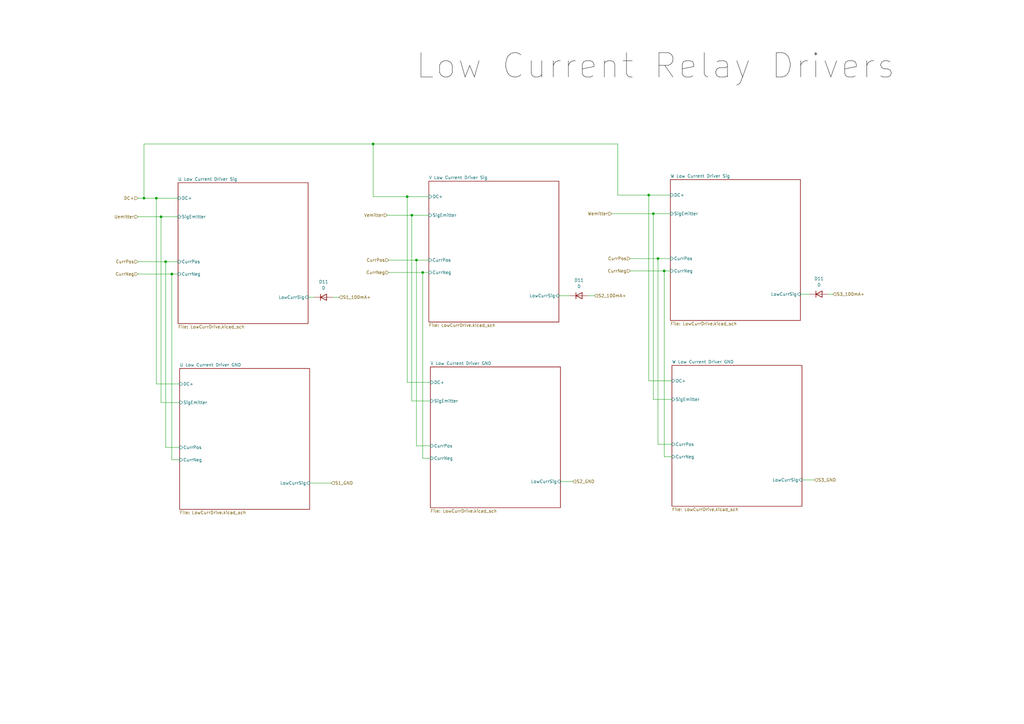
<source format=kicad_sch>
(kicad_sch (version 20230121) (generator eeschema)
  (paper "A3")
  (title_block (title "TEST137- GAVIM Upgrade V2") (date "2024-01-02") (rev "Is01.00") (company "Control Techniques"))
  (lib_symbols
    (symbol "Device:D" (pin_numbers hide) (pin_names (offset 1.016) hide)
      (property "Reference" "D" (at 0 2.54 0))
      (property "Value" "D" (at 0 -2.54 0))
      (symbol "D_0_1"
        (polyline (pts (xy -1.27 1.27) (xy -1.27 -1.27)) (stroke (width 0.254)))
        (polyline (pts (xy 1.27 0) (xy -1.27 0)))
        (polyline (pts (xy 1.27 1.27) (xy 1.27 -1.27) (xy -1.27 0) (xy 1.27 1.27)) (stroke (width 0.254)))
      )
      (symbol "D_1_1"
        (pin passive line (at -3.81 0 0) (length 2.54) (name "K") (number "1"))
        (pin passive line (at 3.81 0 180) (length 2.54) (name "A") (number "2"))
      )
    )
  )
  (junction (at 59.055 81.28))
  (junction (at 272.415 111.125))
  (junction (at 67.945 107.315))
  (junction (at 153.035 59.055))
  (junction (at 66.04 88.9))
  (junction (at 269.875 106.045))
  (junction (at 170.815 106.68))
  (junction (at 266.065 80.01))
  (junction (at 70.485 112.395))
  (junction (at 173.355 111.76))
  (junction (at 167.005 80.645))
  (junction (at 64.135 81.28))
  (junction (at 168.91 88.265))
  (junction (at 267.97 87.63))
  (wire (pts (xy 67.945 183.515) (xy 67.945 107.315)))
  (wire (pts (xy 158.75 88.265) (xy 168.91 88.265)))
  (wire (pts (xy 66.04 165.1) (xy 66.04 88.9)))
  (wire (pts (xy 250.825 87.63) (xy 267.97 87.63)))
  (wire (pts (xy 275.59 156.21) (xy 266.065 156.21)))
  (wire (pts (xy 275.59 187.325) (xy 272.415 187.325)))
  (wire (pts (xy 272.415 187.325) (xy 272.415 111.125)))
  (wire (pts (xy 73.66 183.515) (xy 67.945 183.515)))
  (wire (pts (xy 170.815 182.88) (xy 170.815 106.68)))
  (wire (pts (xy 153.035 80.645) (xy 167.005 80.645)))
  (wire (pts (xy 64.135 81.28) (xy 59.055 81.28)))
  (wire (pts (xy 258.445 111.125) (xy 272.415 111.125)))
  (wire (pts (xy 73.66 188.595) (xy 70.485 188.595)))
  (wire (pts (xy 269.875 182.245) (xy 269.875 106.045)))
  (wire (pts (xy 70.485 112.395) (xy 73.025 112.395)))
  (wire (pts (xy 170.815 106.68) (xy 175.895 106.68)))
  (wire (pts (xy 73.025 81.28) (xy 64.135 81.28)))
  (wire (pts (xy 266.065 80.01) (xy 266.065 156.21)))
  (wire (pts (xy 59.055 59.055) (xy 153.035 59.055)))
  (wire (pts (xy 56.515 112.395) (xy 70.485 112.395)))
  (wire (pts (xy 159.385 111.76) (xy 173.355 111.76)))
  (wire (pts (xy 56.515 81.28) (xy 59.055 81.28)))
  (wire (pts (xy 173.355 187.96) (xy 173.355 111.76)))
  (wire (pts (xy 168.91 164.465) (xy 168.91 88.265)))
  (wire (pts (xy 173.355 111.76) (xy 175.895 111.76)))
  (wire (pts (xy 73.66 157.48) (xy 64.135 157.48)))
  (wire (pts (xy 153.035 80.645) (xy 153.035 59.055)))
  (wire (pts (xy 176.53 187.96) (xy 173.355 187.96)))
  (wire (pts (xy 328.93 196.85) (xy 334.01 196.85)))
  (wire (pts (xy 266.065 80.01) (xy 274.955 80.01)))
  (wire (pts (xy 229.87 197.485) (xy 234.95 197.485)))
  (wire (pts (xy 67.945 107.315) (xy 73.025 107.315)))
  (wire (pts (xy 159.385 106.68) (xy 170.815 106.68)))
  (wire (pts (xy 127 198.12) (xy 135.89 198.12)))
  (wire (pts (xy 275.59 163.83) (xy 267.97 163.83)))
  (wire (pts (xy 168.91 88.265) (xy 175.895 88.265)))
  (wire (pts (xy 275.59 182.245) (xy 269.875 182.245)))
  (wire (pts (xy 176.53 182.88) (xy 170.815 182.88)))
  (wire (pts (xy 253.365 80.01) (xy 266.065 80.01)))
  (wire (pts (xy 339.725 120.65) (xy 341.63 120.65)))
  (wire (pts (xy 167.005 80.645) (xy 167.005 156.845)))
  (wire (pts (xy 267.97 163.83) (xy 267.97 87.63)))
  (wire (pts (xy 56.515 88.9) (xy 66.04 88.9)))
  (wire (pts (xy 272.415 111.125) (xy 274.955 111.125)))
  (wire (pts (xy 136.525 121.92) (xy 139.065 121.92)))
  (wire (pts (xy 229.235 121.285) (xy 233.68 121.285)))
  (wire (pts (xy 267.97 87.63) (xy 274.955 87.63)))
  (wire (pts (xy 258.445 106.045) (xy 269.875 106.045)))
  (wire (pts (xy 269.875 106.045) (xy 274.955 106.045)))
  (wire (pts (xy 175.895 80.645) (xy 167.005 80.645)))
  (wire (pts (xy 64.135 81.28) (xy 64.135 157.48)))
  (wire (pts (xy 153.035 59.055) (xy 253.365 59.055)))
  (wire (pts (xy 59.055 81.28) (xy 59.055 59.055)))
  (wire (pts (xy 126.365 121.92) (xy 128.905 121.92)))
  (wire (pts (xy 241.3 121.285) (xy 243.84 121.285)))
  (wire (pts (xy 176.53 164.465) (xy 168.91 164.465)))
  (wire (pts (xy 328.295 120.65) (xy 332.105 120.65)))
  (wire (pts (xy 176.53 156.845) (xy 167.005 156.845)))
  (wire (pts (xy 66.04 88.9) (xy 73.025 88.9)))
  (wire (pts (xy 70.485 188.595) (xy 70.485 112.395)))
  (wire (pts (xy 56.515 107.315) (xy 67.945 107.315)))
  (wire (pts (xy 253.365 80.01) (xy 253.365 59.055)))
  (wire (pts (xy 73.66 165.1) (xy 66.04 165.1)))
  (label "Low Current Relay Drivers" (at 170.18 35.56 0) (effects (font (size 10 10))))
  (hierarchical_label "CurrPos" (shape input) (at 159.385 106.68 180))
  (hierarchical_label "CurrNeg" (shape input) (at 56.515 112.395 180))
  (hierarchical_label "Wemitter" (shape input) (at 250.825 87.63 180))
  (hierarchical_label "S1_GND" (shape input) (at 135.89 198.12 0))
  (hierarchical_label "S2_GND" (shape input) (at 234.95 197.485 0))
  (hierarchical_label "CurrNeg" (shape input) (at 258.445 111.125 180))
  (hierarchical_label "S3_GND" (shape input) (at 334.01 196.85 0))
  (hierarchical_label "Vemitter" (shape input) (at 158.75 88.265 180))
  (hierarchical_label "CurrNeg" (shape input) (at 159.385 111.76 180))
  (hierarchical_label "Uemitter" (shape input) (at 56.515 88.9 180))
  (hierarchical_label "S1_100mA+" (shape input) (at 139.065 121.92 0))
  (hierarchical_label "CurrPos" (shape input) (at 56.515 107.315 180))
  (hierarchical_label "S3_100mA+" (shape input) (at 341.63 120.65 0))
  (hierarchical_label "S2_100mA+" (shape input) (at 243.84 121.285 0))
  (hierarchical_label "CurrPos" (shape input) (at 258.445 106.045 180))
  (hierarchical_label "DC+" (shape input) (at 56.515 81.28 180))
  (symbol (lib_id "Device:D") (at 132.715 121.92 0) (unit 1)
    (property "Reference" "D11" (at 132.715 115.57 0))
    (property "Value" "D" (at 132.715 118.11 0))
    (property "Footprint" "Diode_THT:D_DO-41_SOD81_P12.70mm_Horizontal" (effects hide))
    (property "Sim.Device" "D" (effects hide))
    (property "Sim.Pins" "1=K 2=A" (effects hide))
    (property "CT Part Number" "2121-4307" (effects hide))
    (instances (project "TEST137" (path "" (reference "D11") (unit 1)) (path "" (reference "D26") (unit 1))))
  )
  (symbol (lib_id "Device:D") (at 237.49 121.285 0) (unit 1)
    (property "Reference" "D11" (at 237.49 114.935 0))
    (property "Value" "D" (at 237.49 117.475 0))
    (property "Footprint" "Diode_THT:D_DO-41_SOD81_P12.70mm_Horizontal" (effects hide))
    (property "Sim.Device" "D" (effects hide))
    (property "Sim.Pins" "1=K 2=A" (effects hide))
    (property "CT Part Number" "2121-4307" (effects hide))
    (instances (project "TEST137" (path "" (reference "D11") (unit 1)) (path "" (reference "D24") (unit 1))))
  )
  (symbol (lib_id "Device:D") (at 335.915 120.65 0) (unit 1)
    (property "Reference" "D11" (at 335.915 114.3 0))
    (property "Value" "D" (at 335.915 116.84 0))
    (property "Footprint" "Diode_THT:D_DO-41_SOD81_P12.70mm_Horizontal" (effects hide))
    (property "Sim.Device" "D" (effects hide))
    (property "Sim.Pins" "1=K 2=A" (effects hide))
    (property "CT Part Number" "2121-4307" (effects hide))
    (instances (project "TEST137" (path "" (reference "D11") (unit 1)) (path "" (reference "D25") (unit 1))))
  )
  (sheet (at 176.53 150.495) (size 53.34 57.785) (stroke (width 0.1524))
    (property "Sheetname" "V Low Current Driver GND" (at 176.53 149.7834 0) (effects (justify left bottom)))
    (property "Sheetfile" "LowCurrDrive.kicad_sch" (at 176.53 208.8646 0) (effects (justify left top)))
    (pin "DC+" input (at 176.53 156.845 180))
    (pin "CurrNeg" input (at 176.53 187.96 180))
    (pin "CurrPos" input (at 176.53 182.88 180))
    (pin "LowCurrSig" input (at 229.87 197.485 0))
    (pin "SigEmitter" input (at 176.53 164.465 180))
  )
  (sheet (at 73.025 74.93) (size 53.34 57.785) (stroke (width 0.1524))
    (property "Sheetname" "U Low Current Driver Sig" (at 73.025 74.2184 0) (effects (justify left bottom)))
    (property "Sheetfile" "LowCurrDrive.kicad_sch" (at 73.025 133.2996 0) (effects (justify left top)))
    (pin "DC+" input (at 73.025 81.28 180))
    (pin "CurrNeg" input (at 73.025 112.395 180))
    (pin "CurrPos" input (at 73.025 107.315 180))
    (pin "LowCurrSig" input (at 126.365 121.92 0))
    (pin "SigEmitter" input (at 73.025 88.9 180))
  )
  (sheet (at 73.66 151.13) (size 53.34 57.785) (stroke (width 0.1524))
    (property "Sheetname" "U Low Current Driver GND" (at 73.66 150.4184 0) (effects (justify left bottom)))
    (property "Sheetfile" "LowCurrDrive.kicad_sch" (at 73.66 209.4996 0) (effects (justify left top)))
    (pin "DC+" input (at 73.66 157.48 180))
    (pin "CurrNeg" input (at 73.66 188.595 180))
    (pin "CurrPos" input (at 73.66 183.515 180))
    (pin "LowCurrSig" input (at 127 198.12 0))
    (pin "SigEmitter" input (at 73.66 165.1 180))
  )
  (sheet (at 275.59 149.86) (size 53.34 57.785) (stroke (width 0.1524))
    (property "Sheetname" "W Low Current Driver GND" (at 275.59 149.1484 0) (effects (justify left bottom)))
    (property "Sheetfile" "LowCurrDrive.kicad_sch" (at 275.59 208.2296 0) (effects (justify left top)))
    (pin "DC+" input (at 275.59 156.21 180))
    (pin "CurrNeg" input (at 275.59 187.325 180))
    (pin "CurrPos" input (at 275.59 182.245 180))
    (pin "LowCurrSig" input (at 328.93 196.85 0))
    (pin "SigEmitter" input (at 275.59 163.83 180))
  )
  (sheet (at 274.955 73.66) (size 53.34 57.785) (stroke (width 0.1524))
    (property "Sheetname" "W Low Current Driver Sig" (at 274.955 72.9484 0) (effects (justify left bottom)))
    (property "Sheetfile" "LowCurrDrive.kicad_sch" (at 274.955 132.0296 0) (effects (justify left top)))
    (pin "DC+" input (at 274.955 80.01 180))
    (pin "CurrNeg" input (at 274.955 111.125 180))
    (pin "CurrPos" input (at 274.955 106.045 180))
    (pin "LowCurrSig" input (at 328.295 120.65 0))
    (pin "SigEmitter" input (at 274.955 87.63 180))
  )
  (sheet (at 175.895 74.295) (size 53.34 57.785) (stroke (width 0.1524))
    (property "Sheetname" "V Low Current Driver Sig" (at 175.895 73.5834 0) (effects (justify left bottom)))
    (property "Sheetfile" "LowCurrDrive.kicad_sch" (at 175.895 132.6646 0) (effects (justify left top)))
    (pin "DC+" input (at 175.895 80.645 180))
    (pin "CurrNeg" input (at 175.895 111.76 180))
    (pin "CurrPos" input (at 175.895 106.68 180))
    (pin "LowCurrSig" input (at 229.235 121.285 0))
    (pin "SigEmitter" input (at 175.895 88.265 180))
  )
)
</source>
